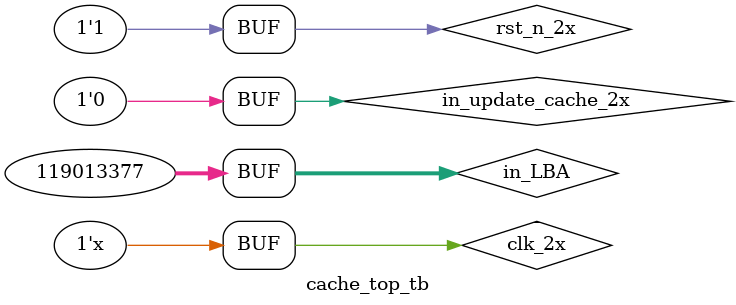
<source format=v>
`timescale 1ns / 1ps


module cache_top_tb;

	// Inputs
	reg clk_2x;
	reg rst_n_2x;
	reg [31:0] in_LBA;
	reg in_update_cache_2x;

	// Outputs


	// Instantiate the Unit Under Test (UUT)
	cache_top uut (
		.clk_2x(clk_2x), 
		.rst_n_2x(rst_n_2x), 
		.in_LBA(in_LBA), 
		.in_update_cache_2x(in_update_cache_2x)

	);

	initial begin
		// Initialize Inputs
		rst_n_2x = 0;
		clk_2x =0;
		in_update_cache_2x<=0;
		in_LBA<=0;
		// Wait 400 ns for global reset to finish
		#100;    
		// Add stimulus here
		rst_n_2x = 1;
		
		#200; 		
		in_update_cache_2x<=1;
		in_LBA<=32'h19860001;
		#10;
		in_update_cache_2x<=0;
		
		#400;
		in_update_cache_2x<=1;
		in_LBA<=32'h07180001;		
		#10;
		in_update_cache_2x<=0;			
	end
	
  // Clock generation  
  
always
    #5 clk_2x = ~clk_2x;  	
		
      
endmodule


</source>
